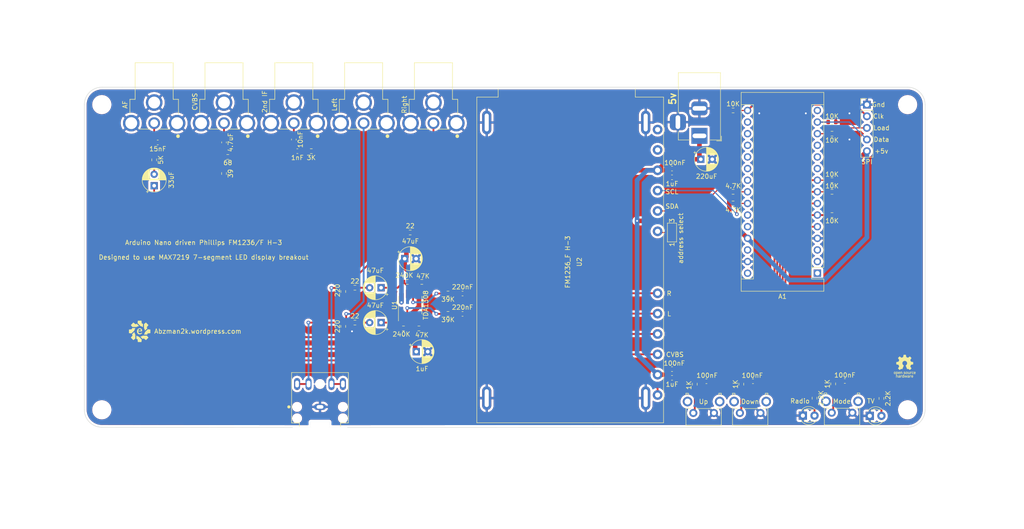
<source format=kicad_pcb>
(kicad_pcb (version 20211014) (generator pcbnew)
  (layers (0 "F.Cu" signal) (31 "B.Cu" signal) (34 "B.Paste" user) (35 "F.Paste" user) (36 "B.SilkS" user "B.Silkscreen") (37 "F.SilkS" user "F.Silkscreen") (38 "B.Mask" user) (39 "F.Mask" user) (44 "Edge.Cuts" user))
  (net 0 "")
  (net 7 "GND")
  (net 9 "Radio LED")
  (net 11 "TV LED")
  (net 13 "Up Button")
  (net 14 "SDA")
  (net 15 "Down Button")
  (net 16 "SCL")
  (net 17 "Mode Button")
  (net 22 "+5V")
  (net 25 "/Load")
  (net 26 "/Dout")
  (net 29 "/Clk")
  (net 30 "Net-(C4-Pad1)")
  (net 31 "Left")
  (net 32 "Net-(C5-Pad2)")
  (net 33 "Right")
  (net 34 "Net-(C6-Pad2)")
  (net 35 "Vref")
  (net 36 "Net-(C10-Pad1)")
  (net 37 "Net-(C10-Pad2)")
  (net 38 "Net-(C11-Pad1)")
  (net 39 "Net-(C11-Pad2)")
  (net 40 "Net-(C14-Pad1)")
  (net 41 "Net-(C14-Pad2)")
  (net 42 "Net-(C15-Pad1)")
  (net 43 "Net-(C15-Pad2)")
  (net 44 "Net-(C16-Pad1)")
  (net 45 "Net-(C17-Pad1)")
  (net 46 "Net-(C17-Pad2)")
  (net 47 "Net-(C18-Pad2)")
  (net 48 "Net-(D1-Pad2)")
  (net 49 "Net-(D2-Pad2)")
  (net 50 "Net-(J2-Pad2)")
  (net 51 "Net-(J3-Pad2)")
  (net 52 "Net-(J4-Pad2)")
  (net 53 "Net-(R1-Pad1)")
  (net 54 "Net-(R2-Pad1)")
  (net 55 "Net-(R3-Pad1)")
  (net 56 "Net-(R17-Pad2)")
  (net 57 "Net-(R18-Pad2)")
  (net 58 "Net-(R26-Pad1)")
  (footprint "Resistor_SMD:R_0603_1608Metric" (layer "F.Cu") (at 121.92 109.855)
    (fp_text reference "R15" hide)
    (fp_text value "47K")
  )
  (footprint "Resistor_SMD:R_0603_1608Metric" (layer "F.Cu") (at 212.09 77.47)
    (fp_text reference "R4" hide)
    (fp_text value "10K")
  )
  (footprint "Resistor_SMD:R_0603_1608Metric" (layer "F.Cu") (at 107.95 100.965 180)
    (fp_text reference "R22" hide)
    (fp_text value "22")
  )
  (footprint "Evan's misc parts:Evan Logo" (layer "F.Cu") (at 60.96 110.49)
    (fp_text reference "G***" hide)
    (fp_text value "LOGO" hide)
  )
  (footprint "Resistor_SMD:R_0603_1608Metric" (layer "F.Cu") (at 128.27 106.68 180)
    (fp_text reference "R17" hide)
    (fp_text value "39K")
  )
  (footprint "Resistor_SMD:R_0603_1608Metric" (layer "F.Cu") (at 80.2 72.39 180)
    (fp_text reference "R28" hide)
    (fp_text value "68")
  )
  (footprint "Capacitor_SMD:C_0603_1608Metric" (layer "F.Cu") (at 131.445 106.68 180)
    (fp_text reference "C5" hide)
    (fp_text value "220nF")
  )
  (footprint "Capacitor_THT:CP_Radial_D5.0mm_P2.50mm" (layer "F.Cu") (at 113.665 100.965 180)
    (fp_text reference "C11" hide)
    (fp_text value "47uF")
  )
  (footprint "LED_THT:LED_D3.0mm" (layer "F.Cu") (at 220.34 128.9625)
    (fp_text reference "D2" hide)
    (fp_text value "TV")
  )
  (footprint "Resistor_SMD:R_0603_1608Metric" (layer "F.Cu") (at 190.5 62.23 180)
    (fp_text reference "R7" hide)
    (fp_text value "10K")
  )
  (footprint "Resistor_SMD:R_0603_1608Metric" (layer "F.Cu") (at 192.3 122.035 90)
    (fp_text reference "R2" hide)
    (fp_text value "1K")
  )
  (footprint "MountingHole:MountingHole_3.2mm_M3" (layer "F.Cu") (at 52.705 127.635)
    (fp_text reference "REF**" hide)
    (fp_text value "MountingHole_3.2mm_M3")
  )
  (footprint "Evan's misc parts:CUI_RCJ-013" (layer "F.Cu") (at 94.615 59.055 -90)
    (fp_text reference "J7" hide)
    (fp_text value "2nd IF")
  )
  (footprint "Resistor_SMD:R_0603_1608Metric" (layer "F.Cu") (at 212.09 85.09)
    (fp_text reference "R6" hide)
    (fp_text value "10K")
  )
  (footprint "Capacitor_SMD:C_0603_1608Metric" (layer "F.Cu") (at 177.165 118.745)
    (fp_text reference "C12" hide)
    (fp_text value "100nF")
  )
  (footprint "Resistor_SMD:R_0603_1608Metric" (layer "F.Cu") (at 212.09 67.31)
    (fp_text reference "R10" hide)
    (fp_text value "10K")
  )
  (footprint "Resistor_SMD:R_0603_1608Metric" (layer "F.Cu") (at 190.5 80.01)
    (fp_text reference "R12" hide)
    (fp_text value "4.7K")
  )
  (footprint "Resistor_SMD:R_0603_1608Metric" (layer "F.Cu") (at 120.015 88.9 180)
    (fp_text reference "R13" hide)
    (fp_text value "22")
  )
  (footprint "Resistor_SMD:R_0603_1608Metric" (layer "F.Cu") (at 190.5 82.55)
    (fp_text reference "R16" hide)
    (fp_text value "4.7K")
  )
  (footprint "Evan's misc parts:CUI_RCJ-013" (layer "F.Cu") (at 125.095 59.055 -90)
    (fp_text reference "J4" hide)
    (fp_text value "Right")
  )
  (footprint "Capacitor_SMD:C_0603_1608Metric" (layer "F.Cu") (at 214.895 121.3425)
    (fp_text reference "C3" hide)
    (fp_text value "100nF")
  )
  (footprint "Capacitor_THT:CP_Radial_D5.0mm_P2.50mm" (layer "F.Cu") (at 118.809888 94.615)
    (fp_text reference "C4" hide)
    (fp_text value "47uF")
  )
  (footprint "Resistor_SMD:R_0603_1608Metric" (layer "F.Cu") (at 208.28 125.095 90)
    (fp_text reference "R8" hide)
    (fp_text value "2.2K")
  )
  (footprint "MountingHole:MountingHole_3.2mm_M3" (layer "F.Cu") (at 228.6 60.96)
    (fp_text reference "REF**" hide)
    (fp_text value "MountingHole_3.2mm_M3")
  )
  (footprint "Capacitor_THT:CP_Radial_D5.0mm_P2.50mm" (layer "F.Cu") (at 113.665 108.585 180)
    (fp_text reference "C10" hide)
    (fp_text value "47uF")
  )
  (footprint "MountingHole:MountingHole_3.2mm_M3" (layer "F.Cu") (at 52.705 60.96)
    (fp_text reference "REF**" hide)
    (fp_text value "MountingHole_3.2mm_M3")
  )
  (footprint "Capacitor_THT:CP_Radial_D5.0mm_P2.50mm" (layer "F.Cu") (at 64.135 78.675113 90)
    (fp_text reference "C14" hide)
    (fp_text value "33uF")
  )
  (footprint "Evan's misc parts:CUI_RCJ-013" (layer "F.Cu") (at 79.375 59.055 -90)
    (fp_text reference "J8" hide)
    (fp_text value "CVBS")
  )
  (footprint "Module:Arduino_Nano" (layer "F.Cu") (at 208.905 97.79 180)
    (fp_text reference "A1")
    (fp_text value "Arduino_Nano_v3.x")
  )
  (footprint "Capacitor_SMD:C_0603_1608Metric" (layer "F.Cu") (at 94.615 68.58 90)
    (fp_text reference "C18" hide)
    (fp_text value "10nF")
  )
  (footprint "Capacitor_SMD:C_0603_1608Metric" (layer "F.Cu") (at 177.165 74.93)
    (fp_text reference "C7" hide)
    (fp_text value "100nF")
  )
  (footprint "Button_Switch_THT:SW_Tactile_SPST_Angled_PTS645Vx83-2LFS" (layer "F.Cu") (at 186.32 128.3275 180)
    (fp_text reference "SW1" hide)
    (fp_text value "Up")
  )
  (footprint "Capacitor_THT:CP_Radial_D5.0mm_P2.50mm" (layer "F.Cu") (at 121.349888 114.935)
    (fp_text reference "C8" hide)
    (fp_text value "1uF")
  )
  (footprint "Resistor_SMD:R_0603_1608Metric" (layer "F.Cu") (at 122.555 99.695)
    (fp_text reference "R14" hide)
    (fp_text value "47K")
  )
  (footprint "Evan's misc parts:FM1236_F H-3" (layer "F.Cu") (at 171.42 64.858 -90)
    (fp_text reference "U2")
    (fp_text value "FM1236_F H-3")
  )
  (footprint "Capacitor_SMD:C_0603_1608Metric" (layer "F.Cu") (at 177.165 120.65)
    (fp_text reference "C13" hide)
    (fp_text value "1uF")
  )
  (footprint "Capacitor_SMD:C_0603_1608Metric" (layer "F.Cu") (at 95.39 71.12)
    (fp_text reference "C15" hide)
    (fp_text value "1nF")
  )
  (footprint "Capacitor_SMD:C_0603_1608Metric" (layer "F.Cu") (at 79.375 69.215 90)
    (fp_text reference "C17" hide)
    (fp_text value "4.7uF")
  )
  (footprint "Resistor_SMD:R_0603_1608Metric" (layer "F.Cu") (at 212.09 80.01)
    (fp_text reference "R5" hide)
    (fp_text value "10K")
  )
  (footprint "Capacitor_SMD:C_0603_1608Metric" (layer "F.Cu") (at 64.91 69.215)
    (fp_text reference "C16" hide)
    (fp_text value "15nF")
  )
  (footprint "Resistor_SMD:R_0603_1608Metric" (layer "F.Cu") (at 107.95 108.585 180)
    (fp_text reference "R21" hide)
    (fp_text value "22")
  )
  (footprint "Resistor_SMD:R_0603_1608Metric" (layer "F.Cu") (at 212.355 121.9775 90)
    (fp_text reference "R3" hide)
    (fp_text value "1K")
  )
  (footprint "Button_Switch_THT:SW_Tactile_SPST_Angled_PTS645Vx83-2LFS" (layer "F.Cu") (at 196.48 128.3275 180)
    (fp_text reference "SW2" hide)
    (fp_text value "Down")
  )
  (footprint "Connector_BarrelJack:BarrelJack_Horizontal" (layer "F.Cu") (at 183.151 67.782 -90)
    (fp_text reference "J9" hide)
    (fp_text value "Barrel_Jack_Switch")
  )
  (footprint "LED_THT:LED_D3.0mm" (layer "F.Cu") (at 205.735 128.905)
    (fp_text reference "D1" hide)
    (fp_text value "Radio")
  )
  (footprint "Button_Switch_THT:SW_Tactile_SPST_Angled_PTS645Vx83-2LFS" (layer "F.Cu") (at 216.535 128.27 180)
    (fp_text reference "SW3" hide)
    (fp_text value "Mode")
  )
  (footprint "Resistor_SMD:R_0603_1608Metric" (layer "F.Cu") (at 105.41 101.79 90)
    (fp_text reference "R24" hide)
    (fp_text value "220")
  )
  (footprint "Evan's misc parts:CUI_SJ1-3525N" (layer "F.Cu") (at 100.33 127 90)
    (fp_text reference "J5" hide)
    (fp_text value "SJ1-3525N")
    (fp_line (start -3.3 -2) (end -3.3 2) (layer "Edge.Cuts") (width 0.01))
    (fp_line (start -4.5 2) (end -4.5 6) (layer "Edge.Cuts") (width 0.01))
    (fp_line (start -4.5 -2) (end -3.3 -2) (layer "Edge.Cuts") (width 0.01))
    (fp_line (start -3.3 2) (end -4.5 2) (layer "Edge.Cuts") (width 0.01))
    (fp_line (start -4.5 -6) (end -4.5 -2) (layer "Edge.Cuts") (width 0.01))
  )
  (footprint "Jumper:SolderJumper-3_P1.3mm_Bridged12_Pad1.0x1.5mm_NumberLabels" (layer "F.Cu") (at 177.165 88.9 90)
    (fp_text reference "J2" hide)
    (fp_text value "address select")
  )
  (footprint "Resistor_SMD:R_0603_1608Metric" (layer "F.Cu") (at 212.09 64.77)
    (fp_text reference "R11" hide)
    (fp_text value "10K")
  )
  (footprint "Evan's misc parts:OSHW gear" (layer "F.Cu") (at 227.965 118.11)
    (fp_text reference "G***" hide)
    (fp_text value "LOGO" hide)
  )
  (footprint "Resistor_SMD:R_0603_1608Metric" (layer "F.Cu") (at 222.885 125.1525 90)
    (fp_text reference "R9" hide)
    (fp_text value "2.2K")
  )
  (footprint "Connector_PinHeader_2.54mm:PinHeader_1x05_P2.54mm_Vertical" (layer "F.Cu") (at 219.71 60.965)
    (fp_text reference "J1" hide)
    (fp_text value "SPI")
  )
  (footprint "Resistor_SMD:R_0603_1608Metric" (layer "F.Cu") (at 128.27 102.235 180)
    (fp_text reference "R18" hide)
    (fp_text value "39K")
  )
  (footprint "MountingHole:MountingHole_3.2mm_M3" (layer "F.Cu") (at 228.6 127.635)
    (fp_text reference "REF**" hide)
    (fp_text value "MountingHole_3.2mm_M3")
  )
  (footprint "Capacitor_SMD:C_0603_1608Metric" (layer "F.Cu") (at 194.84 121.4)
    (fp_text reference "C2" hide)
    (fp_text value "100nF")
  )
  (footprint "Capacitor_SMD:C_0603_1608Metric" (layer "F.Cu") (at 184.68 121.4)
    (fp_text reference "C1" hide)
    (fp_text value "100nF")
  )
  (footprint "Resistor_SMD:R_0603_1608Metric" (layer "F.Cu") (at 64.135 73.025 90)
    (fp_text reference "R25" hide)
    (fp_text value "5K")
  )
  (footprint "Resistor_SMD:R_0603_1608Metric" (layer "F.Cu") (at 79.375 76.01 90)
    (fp_text reference "R26" hide)
    (fp_text value "39")
  )
  (footprint "Capacitor_SMD:C_0603_1608Metric" (layer "F.Cu") (at 177.165 76.835)
    (fp_text reference "C9" hide)
    (fp_text value "1uF")
  )
  (footprint "Resistor_SMD:R_0603_1608Metric" (layer "F.Cu") (at 182.14 122.035 90)
    (fp_text reference "R1" hide)
    (fp_text value "1K")
  )
  (footprint "Package_SO:SOIC-8_3.9x4.9mm_P1.27mm" (layer "F.Cu") (at 120.015 104.775 90)
    (fp_text reference "U1")
    (fp_text value "TDA1308")
  )
  (footprint "Resistor_SMD:R_0603_1608Metric" (layer "F.Cu") (at 105.41 109.41 90)
    (fp_text reference "R23" hide)
    (fp_text value "220")
  )
  (footprint "Resistor_SMD:R_0603_1608Metric" (layer "F.Cu") (at 118.555 109.855 180)
    (fp_text reference "R19" hide)
    (fp_text value "240K")
  )
  (footprint "Capacitor_SMD:C_0603_1608Metric" (layer "F.Cu") (at 131.445 102.235 180)
    (fp_text reference "C6" hide)
    (fp_text value "220nF")
  )
  (footprint "Resistor_SMD:R_0603_1608Metric" (layer "F.Cu") (at 98.425 71.12)
    (fp_text reference "R27" hide)
    (fp_text value "3K")
  )
  (footprint "Evan's misc parts:CUI_RCJ-013" (layer "F.Cu") (at 109.855 59.055 -90)
    (fp_text reference "J3" hide)
    (fp_text value "Left")
  )
  (footprint "Resistor_SMD:R_0603_1608Metric" (layer "F.Cu") (at 119.38 99.695 180)
    (fp_text reference "R20" hide)
    (fp_text value "240K")
  )
  (footprint "Evan's misc parts:CUI_RCJ-013" (layer "F.Cu") (at 64.135 59.055 -90)
    (fp_text reference "J6" hide)
    (fp_text value "AF")
  )
  (footprint "Capacitor_THT:CP_Radial_D5.0mm_P2.50mm" (layer "F.Cu") (at 183.452888 72.898)
    (fp_text reference "C19" hide)
    (fp_text value "220uF")
  )
  (gr_line (start 57.15 57.15) (end 228.6 57.15) (layer "Edge.Cuts") (width 0.1))
  (gr_line (start 94.33 131.5) (end 52.705 131.445) (layer "Edge.Cuts") (width 0.1))
  (gr_line (start 48.895 60.96) (end 48.895 118.11) (layer "Edge.Cuts") (width 0.1))
  (gr_line (start 232.41 127.635) (end 232.41 60.96) (layer "Edge.Cuts") (width 0.1))
  (gr_arc (start 48.895 60.96) (mid 50.010923 58.265923) (end 52.705 57.15) (layer "Edge.Cuts") (width 0.1))
  (gr_line (start 48.895 118.11) (end 48.895 127.635) (layer "Edge.Cuts") (width 0.1))
  (gr_line (start 106.33 131.5) (end 228.6 131.445) (layer "Edge.Cuts") (width 0.1))
  (gr_arc (start 52.705 131.445) (mid 50.010923 130.329077) (end 48.895 127.635) (layer "Edge.Cuts") (width 0.1))
  (gr_arc (start 228.6 57.15) (mid 231.294077 58.265923) (end 232.41 60.96) (layer "Edge.Cuts") (width 0.1))
  (gr_arc (start 232.41 127.635) (mid 231.294077 130.329077) (end 228.6 131.445) (layer "Edge.Cuts") (width 0.1))
  (gr_line (start 57.15 57.15) (end 52.705 57.15) (layer "Edge.Cuts") (width 0.1))
  (gr_text "Abzman2k.wordpress.com" (at 73.66 110.49) (layer "F.SilkS") (effects (font (size 1 1))))
  (gr_text "CVBS" (at 177.8 115.57) (layer "F.SilkS") (effects (font (size 1 1))))
  (gr_text "5v" (at 177.292 59.69 90) (layer "F.SilkS") (effects (font (size 1.5 1.5) (thickness 0.3))))
  (gr_text "Arduino Nano driven Phillips FM1236/F H-3\n\nDesigned to use MAX7219 7-segment LED display breakout" (at 74.93 92.71) (layer "F.SilkS") (effects (font (size 1 1))))
  (gr_text "Gnd" (at 222.25 60.96) (layer "F.SilkS") (effects (font (size 1 1))))
  (gr_text "Data" (at 222.885 68.58) (layer "F.SilkS") (effects (font (size 1 1))))
  (gr_text "Clk" (at 222.25 63.5) (layer "F.SilkS") (effects (font (size 1 1))))
  (gr_text "R" (at 176.53 102.235) (layer "F.SilkS") (effects (font (size 1 1))))
  (gr_text "Load" (at 222.885 66.04) (layer "F.SilkS") (effects (font (size 1 1))))
  (gr_text "SDA" (at 177.165 83.185) (layer "F.SilkS") (effects (font (size 1 1))))
  (gr_text "L" (at 176.53 106.68) (layer "F.SilkS") (effects (font (size 1 1))))
  (gr_text "SCL" (at 177.165 80.01) (layer "F.SilkS") (effects (font (size 1 1))))
  (gr_text "+5v" (at 222.885 71.12) (layer "F.SilkS") (effects (font (size 1 1))))
  (via (at 206.375 62.865) (size 0.8) (drill 0.4) (layers "F.Cu" "B.Cu") (net 7))
  (via (at 215.9 68.58) (size 0.8) (drill 0.4) (layers "F.Cu" "B.Cu") (net 7))
  (via (at 196.215 62.865) (size 0.8) (drill 0.4) (layers "F.Cu" "B.Cu") (net 7))
  (via (at 107.315 110.49) (size 0.8) (drill 0.4) (layers "F.Cu" "B.Cu") (net 7))
  (via (at 215.9 62.865) (size 0.8) (drill 0.4) (layers "F.Cu" "B.Cu") (net 7))
  (segment (start 200.73096 103.366659) (end 200.73096 85.01904) (width 0.4) (layer "F.Cu") (net 9))
  (segment (start 203.2 82.55) (end 208.905 82.55) (width 0.4) (layer "F.Cu") (net 9))
  (segment (start 208.28 124.27) (end 208.28 110.915699) (width 0.4) (layer "F.Cu") (net 9))
  (segment (start 200.73096 85.01904) (end 203.2 82.55) (width 0.4) (layer "F.Cu") (net 9))
  (segment (start 208.28 110.915699) (end 200.73096 103.366659) (width 0.4) (layer "F.Cu") (net 9))
  (segment (start 201.93 89.535) (end 203.835 87.63) (width 0.4) (layer "F.Cu") (net 11))
  (segment (start 201.93 102.87) (end 201.93 89.535) (width 0.4) (layer "F.Cu") (net 11))
  (segment (start 222.885 124.3275) (end 222.885 111.125) (width 0.4) (layer "F.Cu") (net 11))
  (segment (start 222.885 111.125) (end 217.805 106.045) (width 0.4) (layer "F.Cu") (net 11))
  (segment (start 217.805 106.045) (end 205.105 106.045) (width 0.4) (layer "F.Cu") (net 11))
  (segment (start 205.105 106.045) (end 201.93 102.87) (width 0.4) (layer "F.Cu") (net 11))
  (segment (start 203.835 87.63) (end 208.905 87.63) (width 0.4) (layer "F.Cu") (net 11))
  (segment (start 186.69 104.14) (end 186.72548 104.17548) (width 0.4) (layer "F.Cu") (net 13))
  (segment (start 208.905 77.47) (end 211.265 77.47) (width 0.25) (layer "F.Cu") (net 13))
  (segment (start 199.53192 79.86808) (end 201.93 77.47) (width 0.4) (layer "F.Cu") (net 13))
  (segment (start 201.93 77.47) (end 208.905 77.47) (width 0.4) (layer "F.Cu") (net 13))
  (segment (start 182.14 121.21) (end 183.715 121.21) (width 0.4) (layer "F.Cu") (net 13))
  (segment (start 198.50667 104.17548) (end 199.53192 103.15023) (width 0.4) (layer "F.Cu") (net 13))
  (segment (start 183.715 121.21) (end 183.905 121.4) (width 0.4) (layer "F.Cu") (net 13))
  (segment (start 186.72548 104.17548) (end 198.50667 104.17548) (width 0.4) (layer "F.Cu") (net 13))
  (segment (start 183.905 121.4) (end 183.515 121.01) (width 0.4) (layer "F.Cu") (net 13))
  (segment (start 183.515 121.01) (end 183.515 107.315) (width 0.4) (layer "F.Cu") (net 13))
  (segment (start 199.53192 103.15023) (end 199.53192 79.86808) (width 0.4) (layer "F.Cu") (net 13))
  (segment (start 183.515 107.315) (end 186.69 104.14) (width 0.4) (layer "F.Cu") (net 13))
  (segment (start 191.325 80.01) (end 193.665 80.01) (width 0.25) (layer "F.Cu") (net 14))
  (segment (start 190.50048 79.18548) (end 191.325 80.01) (width 0.25) (layer "F.Cu") (net 14))
  (segment (start 187.51452 79.18548) (end 190.50048 79.18548) (width 0.25) (layer "F.Cu") (net 14))
  (segment (start 174.02 84.193) (end 182.507 84.193) (width 0.25) (layer "F.Cu") (net 14))
  (segment (start 182.507 84.193) (end 187.51452 79.18548) (width 0.25) (layer "F.Cu") (net 14))
  (segment (start 192.3 121.21) (end 193.875 121.21) (width 0.4) (layer "F.Cu") (net 15))
  (segment (start 195.58 104.775) (end 194.065 106.29) (width 0.4) (layer "F.Cu") (net 15))
  (segment (start 208.905 80.01) (end 202.565 80.01) (width 0.4) (layer "F.Cu") (net 15))
  (segment (start 193.875 121.21) (end 194.065 121.4) (width 0.4) (layer "F.Cu") (net 15))
  (segment (start 200.13144 82.44356) (end 200.13144 103.39856) (width 0.4) (layer "F.Cu") (net 15))
  (segment (start 198.755 104.775) (end 195.58 104.775) (width 0.4) (layer "F.Cu") (net 15))
  (segment (start 200.13144 103.39856) (end 198.755 104.775) (width 0.4) (layer "F.Cu") (net 15))
  (segment (start 194.065 106.29) (end 194.065 121.4) (width 0.4) (layer "F.Cu") (net 15))
  (segment (start 202.565 80.01) (end 200.13144 82.44356) (width 0.4) (layer "F.Cu") (net 15))
  (segment (start 208.905 80.01) (end 211.265 80.01) (width 0.25) (layer "F.Cu") (net 15))
  (segment (start 191.325 82.55) (end 193.665 82.55) (width 0.25) (layer "F.Cu") (net 16))
  (segment (start 191.325 82.55) (end 191.325 84.9) (width 0.25) (layer "F.Cu") (net 16))
  (via (at 191.325 84.9) (size 0.8) (drill 0.4) (layers "F.Cu" "B.Cu") (net 16))
  (segment (start 191.325 84.9) (end 186.173 79.748) (width 0.25) (layer "B.Cu") (net 16))
  (segment (start 186.173 79.748) (end 174.02 79.748) (width 0.25) (layer "B.Cu") (net 16))
  (segment (start 201.33048 86.95952) (end 201.33048 103.118329) (width 0.4) (layer "F.Cu") (net 17))
  (segment (start 212.355 110.04904) (end 212.355 121.1525) (width 0.4) (layer "F.Cu") (net 17))
  (segment (start 213.93 121.1525) (end 214.12 121.3425) (width 0.4) (layer "F.Cu") (net 17))
  (segment (start 204.856671 106.64452) (end 208.95048 106.64452) (width 0.4) (layer "F.Cu") (net 17))
  (segment (start 208.905 85.09) (end 203.2 85.09) (width 0.4) (layer "F.Cu") (net 17))
  (segment (start 208.95048 106.64452) (end 212.355 110.04904) (width 0.4) (layer "F.Cu") (net 17))
  (segment (start 212.355 121.1525) (end 213.93 121.1525) (width 0.4) (layer "F.Cu") (net 17))
  (segment (start 203.2 85.09) (end 201.33048 86.95952) (width 0.4) (layer "F.Cu") (net 17))
  (segment (start 201.33048 103.118329) (end 204.856671 106.64452) (width 0.4) (layer "F.Cu") (net 17))
  (segment (start 211.265 85.09) (end 208.905 85.09) (width 0.4) (layer "F.Cu") (net 17))
  (segment (start 191.095 87.6) (end 191.13 87.635) (width 1) (layer "F.Cu") (net 22))
  (segment (start 176.39 118.745) (end 176.39 119.52) (width 0.4) (layer "F.Cu") (net 22))
  (segment (start 120.84 88.9) (end 152.4 88.9) (width 1) (layer "F.Cu") (net 22))
  (segment (start 212.915 77.47) (end 213.365 77.47) (width 1) (layer "F.Cu") (net 22))
  (segment (start 176.39 75.705) (end 176.39 76.835) (width 0.4) (layer "F.Cu") (net 22))
  (segment (start 174.02 75.303) (end 175.988 75.303) (width 1) (layer "F.Cu") (net 22))
  (segment (start 191.13 87.635) (end 189.675 86.18) (width 1) (layer "F.Cu") (net 22))
  (segment (start 176.425 72.898) (end 174.02 75.303) (width 1) (layer "F.Cu") (net 22))
  (segment (start 212.915 80.01) (end 212.915 85.09) (width 1) (layer "F.Cu") (net 22))
  (segment (start 175.988 75.303) (end 176.39 75.705) (width 1) (layer "F.Cu") (net 22))
  (segment (start 176.39 119.52) (end 176.39 120.65) (width 0.4) (layer "F.Cu") (net 22))
  (segment (start 212.915 80.01) (end 212.915 77.47) (width 1) (layer "F.Cu") (net 22))
  (segment (start 152.4 88.9) (end 165.997 75.303) (width 1) (layer "F.Cu") (net 22))
  (segment (start 189.675 86.18) (end 189.675 82.55) (width 1) (layer "F.Cu") (net 22))
  (segment (start 177.165 87.6) (end 175.925 86.36) (width 1) (layer "F.Cu") (net 22))
  (segment (start 213.365 77.47) (end 219.71 71.125) (width 1) (layer "F.Cu") (net 22))
  (segment (start 183.452888 72.898) (end 176.425 72.898) (width 1) (layer "F.Cu") (net 22))
  (segment (start 176.39 74.93) (end 176.39 75.705) (width 0.4) (layer "F.Cu") (net 22))
  (segment (start 189.675 82.55) (end 189.675 80.01) (width 1) (layer "F.Cu") (net 22))
  (segment (start 177.165 87.6) (end 191.095 87.6) (width 1) (layer "F.Cu") (net 22))
  (segment (start 183.151 67.782) (end 183.151 72.596112) (width 1) (layer "F.Cu") (net 22))
  (segment (start 165.997 75.303) (end 174.02 75.303) (width 1) (layer "F.Cu") (net 22))
  (segment (start 175.925 86.36) (end 169.545 86.36) (width 1) (layer "F.Cu") (net 22))
  (segment (start 193.665 90.17) (end 191.13 87.635) (width 1) (layer "F.Cu") (net 22))
  (segment (start 175.952 119.958) (end 176.39 119.52) (width 1) (layer "F.Cu") (net 22))
  (segment (start 183.151 72.596112) (end 183.452888 72.898) (width 1) (layer "F.Cu") (net 22))
  (segment (start 174.02 119.958) (end 175.952 119.958) (width 1) (layer "F.Cu") (net 22))
  (via (at 169.545 86.36) (size 0.8) (drill 0.4) (layers "F.Cu" "B.Cu") (net 22))
  (segment (start 210.404511 99.289511) (end 219.71 89.984022) (width 1) (layer "B.Cu") (net 22))
  (segment (start 169.545 77.47) (end 169.545 115.483) (width 1) (layer "B.Cu") (net 22))
  (segment (start 202.784511 99.289511) (end 210.404511 99.289511) (width 1) (layer "B.Cu") (net 22))
  (segment (start 171.712 75.303) (end 169.545 77.47) (width 1) (layer "B.Cu") (net 22))
  (segment (start 219.71 89.984022) (end 219.71 71.125) (width 1) (layer "B.Cu") (net 22))
  (segment (start 174.02 75.303) (end 171.712 75.303) (width 1) (layer "B.Cu") (net 22))
  (segment (start 169.545 115.483) (end 174.02 119.958) (width 1) (layer "B.Cu") (net 22))
  (segment (start 193.665 90.17) (end 202.784511 99.289511) (width 1) (layer "B.Cu") (net 22))
  (segment (start 212.856783 66.045) (end 219.71 66.045) (width 0.25) (layer "F.Cu") (net 25))
  (segment (start 211.265 67.31) (end 211.591783 67.31) (width 0.25) (layer "F.Cu") (net 25))
  (segment (start 208.905 67.31) (end 211.265 67.31) (width 0.25) (layer "F.Cu") (net 25))
  (segment (start 211.591783 67.31) (end 212.856783 66.045) (width 0.25) (layer "F.Cu") (net 25))
  (segment (start 208.905 64.77) (end 211.265 64.77) (width 0.25) (layer "F.Cu") (net 26))
  (segment (start 208.905 64.77) (end 215.895 64.77) (width 0.25) (layer "B.Cu") (net 26))
  (segment (start 215.895 64.77) (end 219.71 68.585) (width 0.25) (layer "B.Cu") (net 26))
  (segment (start 217.165 60.96) (end 194.935 60.96) (width 0.4) (layer "F.Cu") (net 29))
  (segment (start 194.935 60.96) (end 193.665 62.23) (width 0.4) (layer "F.Cu") (net 29))
  (segment (start 219.71 63.505) (end 217.165 60.96) (width 0.4) (layer "F.Cu") (net 29))
  (segment (start 191.325 62.23) (end 193.665 62.23) (width 0.25) (layer "F.Cu") (net 29))
  (segment (start 119.19 94.234888) (end 118.809888 94.615) (width 1) (layer "F.Cu") (net 30))
  (segment (start 118.777113 96.52) (end 118.809888 96.487225) (width 1) (layer "F.Cu") (net 30))
  (segment (start 119.19 88.9) (end 119.19 94.234888) (width 1) (layer "F.Cu") (net 30))
  (segment (start 121.73 99.472887) (end 118.777113 96.52) (width 1) (layer "F.Cu") (net 30))
  (segment (start 118.809888 96.487225) (end 118.809888 94.615) (width 1) (layer "F.Cu") (net 30))
  (segment (start 118.11 102.3) (end 118.11 104.14) (width 1) (layer "F.Cu") (net 30))
  (segment (start 121.73 99.695) (end 121.73 99.472887) (width 1) (layer "F.Cu") (net 30))
  (via (at 118.11 104.14) (size 0.8) (drill 0.4) (layers "F.Cu" "B.Cu") (net 30))
  (segment (start 118.11 95.314888) (end 118.809888 94.615) (width 1) (layer "B.Cu") (net 30))
  (segment (start 118.11 104.14) (end 118.11 95.314888) (width 1) (layer "B.Cu") (net 30))
  (segment (start 132.277 106.623) (end 174.02 106.623) (width 0.4) (layer "F.Cu") (net 31))
  (segment (start 132.22 106.68) (end 132.277 106.623) (width 0.4) (layer "F.Cu") (net 31))
  (segment (start 129.095 106.68) (end 130.67 106.68) (width 0.4) (layer "F.Cu") (net 32))
  (segment (start 132.277 102.178) (end 174.02 102.178) (width 0.4) (layer "F.Cu") (net 33))
  (segment (start 132.22 102.235) (end 132.277 102.178) (width 0.4) (layer "F.Cu") (net 33))
  (segment (start 129.095 102.235) (end 130.67 102.235) (width 0.4) (layer "F.Cu") (net 34))
  (segment (start 121.92 105.073598) (end 120.65 106.343598) (width 1) (layer "F.Cu") (net 35))
  (segment (start 121.095 109.855) (end 121.095 114.680112) (width 1) (layer "F.Cu") (net 35))
  (segment (start 123.38 100.84) (end 121.92 102.3) (width 1) (layer "F.Cu") (net 35))
  (segment (start 120.65 106.343598) (end 120.65 107.25) (width 1) (layer "F.Cu") (net 35))
  (segment (start 120.65 107.25) (end 120.65 109.41) (width 1) (layer "F.Cu") (net 35))
  (segment (start 121.095 114.680112) (end 121.349888 114.935) (width 1) (layer "F.Cu") (net 35))
  (segment (start 121.92 102.3) (end 121.92 105.073598) (width 1) (layer "F.Cu") (net 35))
  (segment (start 123.38 99.695) (end 123.38 100.84) (width 1) (layer "F.Cu") (net 35))
  (segment (start 120.65 109.41) (end 121.095 109.855) (width 1) (layer "F.Cu") (net 35))
  (segment (start 118.11 109.475) (end 117.73 109.855) (width 0.4) (layer "F.Cu") (net 36))
  (segment (start 116.46 108.585) (end 113.665 108.585) (width 0.4) (layer "F.Cu") (net 36))
  (segment (start 117.73 109.855) (end 116.46 108.585) (width 0.4) (layer "F.Cu") (net 36))
  (segment (start 118.11 107.25) (end 118.11 109.475) (width 0.4) (layer "F.Cu") (net 36))
  (segment (start 108.775 108.585) (end 111.165 108.585) (width 0.4) (layer "F.Cu") (net 37))
  (segment (start 118.555 99.695) (end 117.285 100.965) (width 0.4) (layer "F.Cu") (net 38))
  (segment (start 119.38 100.52) (end 118.555 99.695) (width 0.4) (layer "F.Cu") (net 38))
  (segment (start 117.285 100.965) (end 113.665 100.965) (width 0.4) (layer "F.Cu") (net 38))
  (segment (start 119.38 102.3) (end 119.38 100.52) (width 0.4) (layer "F.Cu") (net 38))
  (segment (start 111.165 100.965) (end 108.775 100.965) (width 0.4) (layer "F.Cu") (net 39))
  (segment (start 174.02 124.403) (end 174.02 122.918076) (width 0.4) (layer "F.Cu") (net 40))
  (segment (start 171.116924 120.015) (end 130.175 120.015) (width 0.4) (layer "F.Cu") (net 40))
  (segment (start 64.135 86.995) (end 64.135 78.675113) (width 0.4) (layer "F.Cu") (net 40))
  (segment (start 130.175 120.015) (end 127.635 122.555) (width 0.4) (layer "F.Cu") (net 40))
  (segment (start 107.95 116.84) (end 93.98 116.84) (width 0.4) (layer "F.Cu") (net 40))
  (segment (start 113.665 122.555) (end 107.95 116.84) (width 0.4) (layer "F.Cu") (net 40))
  (segment (start 174.02 122.918076) (end 171.116924 120.015) (width 0.4) (layer "F.Cu") (net 40))
  (segment (start 93.98 116.84) (end 64.135 86.995) (width 0.4) (layer "F.Cu") (net 40))
  (segment (start 127.635 122.555) (end 113.665 122.555) (width 0.4) (layer "F.Cu") (net 40))
  (segment (start 64.135 73.85) (end 64.135 76.175113) (width 0.4) (layer "F.Cu") (net 41))
  (segment (start 94.615 109.22) (end 94.615 71.12) (width 0.4) (layer "F.Cu") (net 42))
  (segment (start 94.615 69.355) (end 94.615 71.12) (width 0.4) (layer "F.Cu") (net 42))
  (segment (start 97.155 111.76) (end 94.615 109.22) (width 0.4) (layer "F.Cu") (net 42))
  (segment (start 111.76 111.76) (end 97.155 111.76) (width 0.4) (layer "F.Cu") (net 42))
  (segment (start 125.095 117.475) (end 117.475 117.475) (width 0.4) (layer "F.Cu") (net 42))
  (segment (start 117.475 117.475) (end 111.76 111.76) (width 0.4) (layer "F.Cu") (net 42))
  (segment (start 174.02 111.068) (end 131.502 111.068) (width 0.4) (layer "F.Cu") (net 42))
  (segment (start 131.502 111.068) (end 125.095 117.475) (width 0.4) (layer "F.Cu") (net 42))
  (segment (start 96.165 71.12) (end 97.6 71.12) (width 0.4) (layer "F.Cu") (net 43))
  (segment (start 64.135 65.005) (end 64.135 69.215) (width 0.4) (layer "F.Cu") (net 44))
  (segment (start 64.135 69.215) (end 64.135 72.2) (width 0.4) (layer "F.Cu") (net 44))
  (segment (start 79.375 72.39) (end 79.375 75.185) (width 0.4) (layer "F.Cu") (net 45))
  (segment (start 79.375 69.99) (end 79.375 72.39) (width 0.4) (layer "F.Cu") (net 45))
  (segment (start 79.375 65.005) (end 79.375 68.44) (width 0.4) (layer "F.Cu") (net 46))
  (segment (start 94.615 65.005) (end 94.615 67.805) (width 0.4) (layer "F.Cu") (net 47))
  (segment (start 208.275 125.925) (end 208.28 125.92) (width 0.4) (layer "F.Cu") (net 48))
  (segment (start 208.275 128.905) (end 208.275 125.925) (width 0.4) (layer "F.Cu") (net 48))
  (segment (start 222.88 125.9825) (end 222.885 125.9775) (width 0.4) (layer "F.Cu") (net 49))
  (segment (start 222.88 128.9625) (end 222.88 125.9825) (width 0.4) (layer "F.Cu") (net 49))
  (segment (start 174.282 88.9) (end 174.02 88.638) (width 0.25) (layer "F.Cu") (net 50))
  (segment (start 177.165 88.9) (end 174.282 88.9) (width 0.25) (layer "F.Cu") (net 50))
  (segment (start 106.68 108.585) (end 106.045 107.95) (width 0.4) (layer "F.Cu") (net 51))
  (segment (start 106.68 108.585) (end 105.41 108.585) (width 0.4) (layer "F.Cu") (net 51))
  (segment (start 95.33 122) (end 97.83 122) (width 0.4) (layer "F.Cu") (net 51))
  (segment (start 105.41 108.585) (end 97.79 108.585) (width 0.4) (layer "F.Cu") (net 51))
  (segment (start 106.045 107.95) (end 106.045 106.68) (width 0.4) (layer "F.Cu") (net 51))
  (segment (start 107.125 108.585) (end 106.68 108.585) (width 0.4) (layer "F.Cu") (net 51))
  (via (at 97.79 108.585) (size 0.8) (drill 0.4) (layers "F.Cu" "B.Cu") (net 51))
  (via (at 106.045 106.68) (size 0.8) (drill 0.4) (layers "F.Cu" "B.Cu") (net 51))
  (segment (start 106.045 106.68) (end 107.146366 106.68) (width 0.4) (layer "B.Cu") (net 51))
  (segment (start 97.83 108.625) (end 97.83 122) (width 0.4) (layer "B.Cu") (net 51))
  (segment (start 107.146366 106.68) (end 109.855 103.971366) (width 0.4) (layer "B.Cu") (net 51))
  (segment (start 97.79 108.585) (end 97.83 108.625) (width 0.4) (layer "B.Cu") (net 51))
  (segment (start 109.855 103.971366) (end 109.855 65.005) (width 0.4) (layer "B.Cu") (net 51))
  (segment (start 102.83 101.005) (end 105.37 101.005) (width 0.4) (layer "F.Cu") (net 52))
  (segment (start 107.125 100.965) (end 105.41 100.965) (width 0.4) (layer "F.Cu") (net 52))
  (segment (start 125.095 81.672151) (end 125.095 65.005) (width 0.4) (layer "F.Cu") (net 52))
  (segment (start 102.83 122) (end 105.33 122) (width 0.4) (layer "F.Cu") (net 52))
  (segment (start 107.125 100.965) (end 107.125 99.642151) (width 0.4) (layer "F.Cu") (net 52))
  (segment (start 105.37 101.005) (end 105.41 100.965) (width 0.4) (layer "F.Cu") (net 52))
  (segment (start 107.125 99.642151) (end 125.095 81.672151) (width 0.4) (layer "F.Cu") (net 52))
  (via (at 102.83 101.005) (size 0.8) (drill 0.4) (layers "F.Cu" "B.Cu") (net 52))
  (segment (start 102.83 122) (end 102.83 101.005) (width 0.4) (layer "B.Cu") (net 52))
  (segment (start 182.14 128.0075) (end 182.14 122.86) (width 0.4) (layer "F.Cu") (net 53))
  (segment (start 181.82 128.3275) (end 182.14 128.0075) (width 0.4) (layer "F.Cu") (net 53))
  (segment (start 192.3 128.0075) (end 192.3 122.86) (width 0.4) (layer "F.Cu") (net 54))
  (segment (start 191.98 128.3275) (end 192.3 128.0075) (width 0.4) (layer "F.Cu") (net 54))
  (segment (start 212.355 127.95) (end 212.355 122.8025) (width 0.4) (layer "F.Cu") (net 55))
  (segment (start 212.035 128.27) (end 212.355 127.95) (width 0.4) (layer "F.Cu") (net 55))
  (segment (start 127.445 106.68) (end 125.73 106.68) (width 0.4) (layer "F.Cu") (net 56))
  (segment (start 119.38 107.25) (end 119.38 109.855) (width 0.4) (layer "F.Cu") (net 56))
  (segment (start 119.38 107.25) (end 119.38 105.41) (width 0.4) (layer "F.Cu") (net 56))
  (via (at 125.73 106.68) (size 0.8) (drill 0.4) (layers "F.Cu" "B.Cu") (net 56))
  (via (at 119.38 105.41) (size 0.8) (drill 0.4) (layers "F.Cu" "B.Cu") (net 56))
  (segment (start 125.73 106.68) (end 124.46 105.41) (width 0.4) (layer "B.Cu") (net 56))
  (segment (start 124.46 105.41) (end 119.38 105.41) (width 0.4) (layer "B.Cu") (net 56))
  (segment (start 120.65 100.14) (end 120.205 99.695) (width 0.4) (layer "F.Cu") (net 57))
  (segment (start 120.65 102.3) (end 120.65 100.14) (width 0.4) (layer "F.Cu") (net 57))
  (segment (start 127.445 102.235) (end 125.73 102.235) (width 0.4) (layer "F.Cu") (net 57))
  (segment (start 120.65 102.3) (end 120.65 104.14) (width 0.4) (layer "F.Cu") (net 57))
  (via (at 120.65 104.14) (size 0.8) (drill 0.4) (layers "F.Cu" "B.Cu") (net 57))
  (via (at 125.73 102.235) (size 0.8) (drill 0.4) (layers "F.Cu" "B.Cu") (net 57))
  (segment (start 123.825 104.14) (end 120.65 104.14) (width 0.4) (layer "B.Cu") (net 57))
  (segment (start 125.73 102.235) (end 123.825 104.14) (width 0.4) (layer "B.Cu") (net 57))
  (segment (start 79.375 97.79) (end 79.375 76.835) (width 0.4) (layer "F.Cu") (net 58))
  (segment (start 131.502 115.513) (end 127 120.015) (width 0.4) (layer "F.Cu") (net 58))
  (segment (start 174.02 115.513) (end 131.502 115.513) (width 0.4) (layer "F.Cu") (net 58))
  (segment (start 95.885 114.3) (end 79.375 97.79) (width 0.4) (layer "F.Cu") (net 58))
  (segment (start 115.57 120.015) (end 109.855 114.3) (width 0.4) (layer "F.Cu") (net 58))
  (segment (start 127 120.015) (end 115.57 120.015) (width 0.4) (layer "F.Cu") (net 58))
  (segment (start 109.855 114.3) (end 95.885 114.3) (width 0.4) (layer "F.Cu") (net 58))
  (zone (net 7) (net_name "GND") (layers F&B.Cu) (connect_pads (clearance 0.508)) (min_thickness 0.254) (fill yes (thermal_gap 0.508) (thermal_bridge_width 0.508))
    (polygon (pts (xy 252.095 153.67) (xy 33.655 150.495) (xy 30.48 40.64) (xy 254 38.1)))
  )
)
</source>
